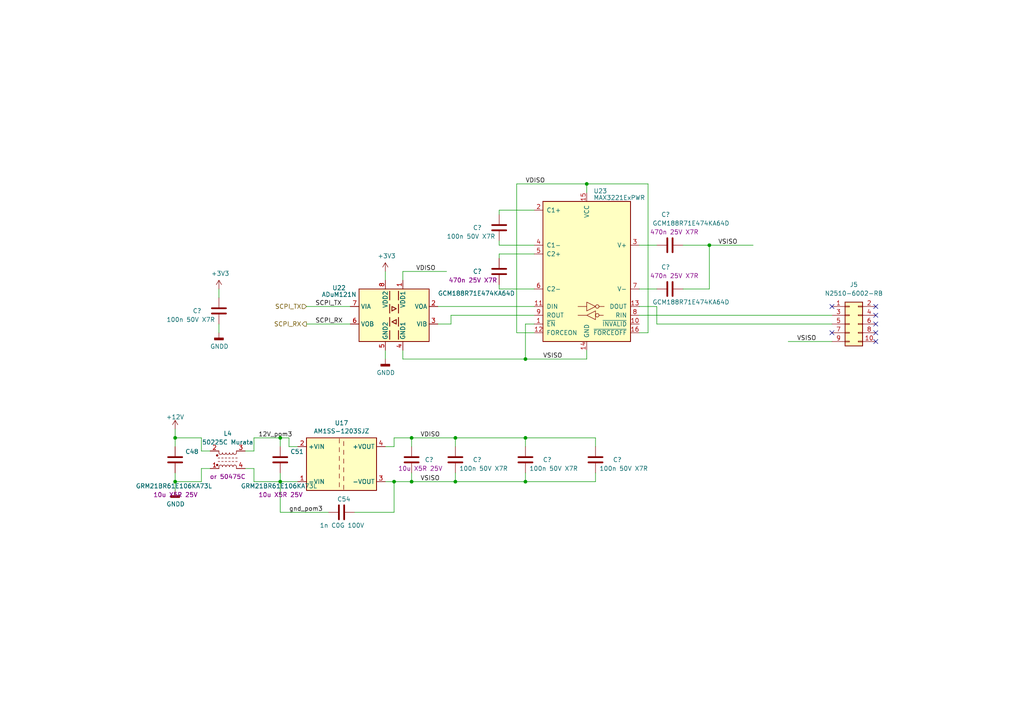
<source format=kicad_sch>
(kicad_sch (version 20230121) (generator eeschema)
  (paper "A4")
  (title_block (title "MOT coils current 100A controller ") (date "2023-11-27") (rev "2_Artiq") (company "Nicolaus Copernicus University in Toruń") (comment 1 "KL FAMO") (comment 2 "Kasli / Sinara compatible version") (comment 4 "designed by Adam Ledziński"))
  (lib_symbols
    (symbol "Connector_Generic:Conn_02x05_Odd_Even" (pin_names (offset 1.016) hide)
      (property "Reference" "J" (at 1.27 7.62 0))
      (property "Value" "Conn_02x05_Odd_Even" (at 1.27 -7.62 0))
      (symbol "Conn_02x05_Odd_Even_1_1"
        (rectangle (start -1.27 -4.953) (end 0 -5.207) (stroke (width 0.1524)))
        (rectangle (start -1.27 -2.413) (end 0 -2.667) (stroke (width 0.1524)))
        (rectangle (start -1.27 0.127) (end 0 -0.127) (stroke (width 0.1524)))
        (rectangle (start -1.27 2.667) (end 0 2.413) (stroke (width 0.1524)))
        (rectangle (start -1.27 5.207) (end 0 4.953) (stroke (width 0.1524)))
        (rectangle (start -1.27 6.35) (end 3.81 -6.35) (stroke (width 0.254)) (fill (type background)))
        (rectangle (start 3.81 -4.953) (end 2.54 -5.207) (stroke (width 0.1524)))
        (rectangle (start 3.81 -2.413) (end 2.54 -2.667) (stroke (width 0.1524)))
        (rectangle (start 3.81 0.127) (end 2.54 -0.127) (stroke (width 0.1524)))
        (rectangle (start 3.81 2.667) (end 2.54 2.413) (stroke (width 0.1524)))
        (rectangle (start 3.81 5.207) (end 2.54 4.953) (stroke (width 0.1524)))
        (pin passive line (at -5.08 5.08 0) (length 3.81) (name "Pin_1") (number "1"))
        (pin passive line (at 7.62 -5.08 180) (length 3.81) (name "Pin_10") (number "10"))
        (pin passive line (at 7.62 5.08 180) (length 3.81) (name "Pin_2") (number "2"))
        (pin passive line (at -5.08 2.54 0) (length 3.81) (name "Pin_3") (number "3"))
        (pin passive line (at 7.62 2.54 180) (length 3.81) (name "Pin_4") (number "4"))
        (pin passive line (at -5.08 0 0) (length 3.81) (name "Pin_5") (number "5"))
        (pin passive line (at 7.62 0 180) (length 3.81) (name "Pin_6") (number "6"))
        (pin passive line (at -5.08 -2.54 0) (length 3.81) (name "Pin_7") (number "7"))
        (pin passive line (at 7.62 -2.54 180) (length 3.81) (name "Pin_8") (number "8"))
        (pin passive line (at -5.08 -5.08 0) (length 3.81) (name "Pin_9") (number "9"))
      )
    )
    (symbol "Device:C" (pin_numbers hide) (pin_names (offset 0.254))
      (property "Reference" "C" (at 0.635 2.54 0))
      (property "Value" "C" (at 0.635 -2.54 0))
      (symbol "C_0_1"
        (polyline (pts (xy -2.032 -0.762) (xy 2.032 -0.762)) (stroke (width 0.508)))
        (polyline (pts (xy -2.032 0.762) (xy 2.032 0.762)) (stroke (width 0.508)))
      )
      (symbol "C_1_1"
        (pin passive line (at 0 3.81 270) (length 2.794) (name "~") (number "1"))
        (pin passive line (at 0 -3.81 90) (length 2.794) (name "~") (number "2"))
      )
    )
    (symbol "Interface_UART:MAX3221" (pin_names (offset 1.016))
      (property "Reference" "U" (at -10.16 21.59 0))
      (property "Value" "MAX3221" (at 12.7 21.59 0))
      (symbol "MAX3221_0_1"
        (rectangle (start -12.7 -20.32) (end 12.7 20.32) (stroke (width 0.254)) (fill (type background)))
        (polyline (pts (xy -2.54 -12.7) (xy 0 -12.7) (xy 0 -12.7)))
        (polyline (pts (xy -2.54 -10.16) (xy 0 -10.16) (xy 0 -10.16)))
        (polyline (pts (xy 3.556 -12.7) (xy 4.826 -12.7) (xy 4.826 -12.7)))
        (polyline (pts (xy 3.556 -10.16) (xy 5.08 -10.16) (xy 5.08 -10.16)))
        (polyline (pts (xy 2.54 -11.43) (xy 2.54 -13.97) (xy 0 -12.7) (xy 2.54 -11.43) (xy 2.54 -11.43)))
        (polyline (pts (xy 0 -11.43) (xy 0 -8.89) (xy 2.54 -10.16) (xy 0 -11.43) (xy 0 -11.43) (xy 0 -11.43)))
        (circle (center 3.048 -12.7) (radius 0.508))
        (circle (center 3.048 -10.16) (radius 0.508))
      )
      (symbol "MAX3221_1_1"
        (pin input line (at -15.24 -15.24 0) (length 2.54) (name "~{EN}") (number "1"))
        (pin output line (at 15.24 -15.24 180) (length 2.54) (name "~{INVALID}") (number "10"))
        (pin input line (at -15.24 -10.16 0) (length 2.54) (name "DIN") (number "11"))
        (pin input line (at -15.24 -17.78 0) (length 2.54) (name "FORCEON") (number "12"))
        (pin output line (at 15.24 -10.16 180) (length 2.54) (name "DOUT") (number "13"))
        (pin power_in line (at 0 -22.86 90) (length 2.54) (name "GND") (number "14"))
        (pin power_in line (at 0 22.86 270) (length 2.54) (name "VCC") (number "15"))
        (pin input line (at 15.24 -17.78 180) (length 2.54) (name "~{FORCEOFF}") (number "16"))
        (pin passive line (at -15.24 17.78 0) (length 2.54) (name "C1+") (number "2"))
        (pin power_out line (at 15.24 7.62 180) (length 2.54) (name "V+") (number "3"))
        (pin passive line (at -15.24 7.62 0) (length 2.54) (name "C1-") (number "4"))
        (pin passive line (at -15.24 5.08 0) (length 2.54) (name "C2+") (number "5"))
        (pin passive line (at -15.24 -5.08 0) (length 2.54) (name "C2-") (number "6"))
        (pin power_out line (at 15.24 -5.08 180) (length 2.54) (name "V-") (number "7"))
        (pin input line (at 15.24 -12.7 180) (length 2.54) (name "RIN") (number "8"))
        (pin output line (at -15.24 -12.7 0) (length 2.54) (name "ROUT") (number "9"))
      )
    )
    (symbol "Isolator:ADuM121N"
      (property "Reference" "U" (at -10.16 8.89 0))
      (property "Value" "ADuM121N" (at 3.81 8.89 0))
      (symbol "ADuM121N_0_1"
        (rectangle (start -10.16 7.62) (end 10.16 -7.62) (stroke (width 0.254)) (fill (type background)))
        (polyline (pts (xy -1.27 -4.445) (xy -1.27 -6.985)) (stroke (width 0.254)))
        (polyline (pts (xy -1.27 -0.635) (xy -1.27 -3.175)) (stroke (width 0.254)))
        (polyline (pts (xy -1.27 3.175) (xy -1.27 0.635)) (stroke (width 0.254)))
        (polyline (pts (xy -1.27 6.985) (xy -1.27 4.445)) (stroke (width 0.254)))
        (polyline (pts (xy 1.27 -4.445) (xy 1.27 -6.985)) (stroke (width 0.254)))
        (polyline (pts (xy 1.27 -0.635) (xy 1.27 -3.175)) (stroke (width 0.254)))
        (polyline (pts (xy 1.27 3.175) (xy 1.27 0.635)) (stroke (width 0.254)))
        (polyline (pts (xy 1.27 6.985) (xy 1.27 4.445)) (stroke (width 0.254)))
        (polyline (pts (xy -0.635 -1.27) (xy -0.635 -2.54) (xy 0.635 -1.905) (xy -0.635 -1.27)) (stroke (width 0.254)))
        (polyline (pts (xy 0.635 1.27) (xy -0.635 1.905) (xy 0.635 2.54) (xy 0.635 1.27)) (stroke (width 0.254)))
      )
      (symbol "ADuM121N_1_1"
        (pin power_in line (at -2.54 10.16 270) (length 2.54) (name "VDD1") (number "1"))
        (pin output line (at -12.7 2.54 0) (length 2.54) (name "VOA") (number "2"))
        (pin input line (at -12.7 -2.54 0) (length 2.54) (name "VIB") (number "3"))
        (pin power_in line (at -2.54 -10.16 90) (length 2.54) (name "GND1") (number "4"))
        (pin power_in line (at 2.54 -10.16 90) (length 2.54) (name "GND2") (number "5"))
        (pin output line (at 12.7 -2.54 180) (length 2.54) (name "VOB") (number "6"))
        (pin input line (at 12.7 2.54 180) (length 2.54) (name "VIA") (number "7"))
        (pin power_in line (at 2.54 10.16 270) (length 2.54) (name "VDD2") (number "8"))
      )
    )
    (symbol "Regulator_Switching:CRE1S0505SC"
      (property "Reference" "U" (at -8.89 8.89 0))
      (property "Value" "CRE1S0505SC" (at 2.54 8.89 0))
      (symbol "CRE1S0505SC_0_1"
        (rectangle (start -10.16 7.62) (end 10.16 -7.62) (stroke (width 0.254)) (fill (type background)))
        (polyline (pts (xy -0.635 -5.334) (xy -0.635 -6.604)))
        (polyline (pts (xy -0.635 -2.794) (xy -0.635 -4.064)))
        (polyline (pts (xy -0.635 -0.254) (xy -0.635 -1.524)))
        (polyline (pts (xy -0.635 2.286) (xy -0.635 1.016)))
        (polyline (pts (xy -0.635 4.826) (xy -0.635 3.556)))
        (polyline (pts (xy -0.635 7.366) (xy -0.635 6.096)))
        (polyline (pts (xy 0.635 -7.366) (xy 0.635 -6.096)))
        (polyline (pts (xy 0.635 -4.826) (xy 0.635 -3.556)))
        (polyline (pts (xy 0.635 -2.286) (xy 0.635 -1.016)))
        (polyline (pts (xy 0.635 0.254) (xy 0.635 1.524)))
        (polyline (pts (xy 0.635 2.794) (xy 0.635 4.064)))
        (polyline (pts (xy 0.635 5.334) (xy 0.635 6.604)))
      )
      (symbol "CRE1S0505SC_1_1"
        (pin power_in line (at -12.7 -5.08 0) (length 2.54) (name "-VIN") (number "1"))
        (pin power_in line (at -12.7 5.08 0) (length 2.54) (name "+VIN") (number "2"))
        (pin power_out line (at 12.7 -5.08 180) (length 2.54) (name "-VOUT") (number "3"))
        (pin power_out line (at 12.7 5.08 180) (length 2.54) (name "+VOUT") (number "4"))
      )
    )
    (symbol "c100AvA-rescue:L_Core_Ferrite_Coupled_1423-Device" (pin_names (offset 0.254) hide)
      (property "Reference" "L" (at 0 4.445 0))
      (property "Value" "Device_L_Core_Ferrite_Coupled_1423" (at 0 -4.445 0))
      (symbol "L_Core_Ferrite_Coupled_1423-Device_0_1"
        (circle (center -3.048 -1.27) (radius 0.254) (fill (type outline)))
        (circle (center -3.048 1.524) (radius 0.254) (fill (type outline)))
        (arc (start -2.54 2.032) (mid -2.032 1.5262) (end -1.524 2.032))
        (arc (start -1.524 -2.032) (mid -2.032 -1.5262) (end -2.54 -2.032))
        (arc (start -1.524 2.032) (mid -1.016 1.5262) (end -0.508 2.032))
        (arc (start -0.508 -2.032) (mid -1.016 -1.5262) (end -1.524 -2.032))
        (arc (start -0.508 2.032) (mid 0 1.5262) (end 0.508 2.032))
        (polyline (pts (xy -2.794 -0.508) (xy -2.286 -0.508)))
        (polyline (pts (xy -2.794 0.508) (xy -2.286 0.508)))
        (polyline (pts (xy -2.54 -2.032) (xy -2.54 -2.54)))
        (polyline (pts (xy -2.54 2.032) (xy -2.54 2.54)))
        (polyline (pts (xy -1.778 -0.508) (xy -1.27 -0.508)))
        (polyline (pts (xy -1.778 0.508) (xy -1.27 0.508)))
        (polyline (pts (xy -0.762 -0.508) (xy -0.254 -0.508)))
        (polyline (pts (xy -0.762 0.508) (xy -0.254 0.508)))
        (polyline (pts (xy 0.254 -0.508) (xy 0.762 -0.508)))
        (polyline (pts (xy 0.254 0.508) (xy 0.762 0.508)))
        (polyline (pts (xy 1.27 -0.508) (xy 1.778 -0.508)))
        (polyline (pts (xy 1.27 0.508) (xy 1.778 0.508)))
        (polyline (pts (xy 2.286 -0.508) (xy 2.794 -0.508)))
        (polyline (pts (xy 2.286 0.508) (xy 2.794 0.508)))
        (polyline (pts (xy 2.54 -2.032) (xy 2.54 -2.54)))
        (polyline (pts (xy 2.54 2.54) (xy 2.54 2.032)))
        (arc (start 0.508 -2.032) (mid 0 -1.5262) (end -0.508 -2.032))
        (arc (start 0.508 2.032) (mid 1.016 1.5262) (end 1.524 2.032))
        (arc (start 1.524 -2.032) (mid 1.016 -1.5262) (end 0.508 -2.032))
        (arc (start 1.524 2.032) (mid 2.032 1.5262) (end 2.54 2.032))
        (arc (start 2.54 -2.032) (mid 2.032 -1.5262) (end 1.524 -2.032))
      )
      (symbol "L_Core_Ferrite_Coupled_1423-Device_1_1"
        (pin passive line (at -5.08 2.54 0) (length 2.54) (name "1") (number "1"))
        (pin passive line (at -5.08 -2.54 0) (length 2.54) (name "2") (number "2"))
        (pin passive line (at 5.08 -2.54 180) (length 2.54) (name "3") (number "3"))
        (pin passive line (at 5.08 2.54 180) (length 2.54) (name "4") (number "4"))
      )
    )
    (symbol "power:+12V" (power) (pin_names (offset 0))
      (property "Value" "+12V" (at 0 3.556 0))
      (symbol "+12V_0_1"
        (polyline (pts (xy -0.762 1.27) (xy 0 2.54)))
        (polyline (pts (xy 0 0) (xy 0 2.54)))
        (polyline (pts (xy 0 2.54) (xy 0.762 1.27)))
      )
      (symbol "+12V_1_1"
        (pin power_in line (at 0 0 90) (length 0) hide (name "+12V") (number "1"))
      )
    )
    (symbol "power:+3V3" (power) (pin_names (offset 0))
      (property "Value" "+3V3" (at 0 3.556 0))
      (symbol "+3V3_0_1"
        (polyline (pts (xy -0.762 1.27) (xy 0 2.54)))
        (polyline (pts (xy 0 0) (xy 0 2.54)))
        (polyline (pts (xy 0 2.54) (xy 0.762 1.27)))
      )
      (symbol "+3V3_1_1"
        (pin power_in line (at 0 0 90) (length 0) hide (name "+3V3") (number "1"))
      )
    )
    (symbol "power:GNDD" (power) (pin_names (offset 0))
      (property "Value" "GNDD" (at 0 -3.175 0))
      (symbol "GNDD_0_1"
        (rectangle (start -1.27 -1.524) (end 1.27 -2.032) (stroke (width 0.254)) (fill (type outline)))
        (polyline (pts (xy 0 0) (xy 0 -1.524)))
      )
      (symbol "GNDD_1_1"
        (pin power_in line (at 0 0 270) (length 0) hide (name "GNDD") (number "1"))
      )
    )
  )
  (junction (at 132.08 139.7))
  (junction (at 50.8 127))
  (junction (at 50.8 139.7))
  (junction (at 119.38 127))
  (junction (at 205.74 71.12))
  (junction (at 81.28 139.7))
  (junction (at 170.18 53.34))
  (junction (at 119.38 139.7))
  (junction (at 152.4 139.7))
  (junction (at 81.28 127))
  (junction (at 132.08 127))
  (junction (at 114.3 139.7))
  (junction (at 152.4 127))
  (junction (at 152.4 104.14))
  (no_connect (at 254 91.44))
  (no_connect (at 254 88.9))
  (no_connect (at 241.3 96.52))
  (no_connect (at 254 99.06))
  (no_connect (at 241.3 88.9))
  (no_connect (at 254 96.52))
  (no_connect (at 254 93.98))
  (wire (pts (xy 81.28 127) (xy 81.28 129.54)))
  (wire (pts (xy 50.8 124.46) (xy 50.8 127)))
  (wire (pts (xy 119.38 127) (xy 132.08 127)))
  (wire (pts (xy 114.3 148.59) (xy 114.3 139.7)))
  (wire (pts (xy 83.82 127) (xy 81.28 127)))
  (wire (pts (xy 130.81 93.98) (xy 130.81 91.44)))
  (wire (pts (xy 60.96 135.89) (xy 58.42 135.89)))
  (wire (pts (xy 172.72 137.16) (xy 172.72 139.7)))
  (wire (pts (xy 116.84 78.74) (xy 129.54 78.74)))
  (wire (pts (xy 58.42 130.81) (xy 60.96 130.81)))
  (wire (pts (xy 187.96 53.34) (xy 170.18 53.34)))
  (wire (pts (xy 185.42 83.82) (xy 190.5 83.82)))
  (wire (pts (xy 111.76 139.7) (xy 114.3 139.7)))
  (wire (pts (xy 132.08 127) (xy 132.08 129.54)))
  (wire (pts (xy 127 93.98) (xy 130.81 93.98)))
  (wire (pts (xy 154.94 93.98) (xy 152.4 93.98)))
  (wire (pts (xy 119.38 137.16) (xy 119.38 139.7)))
  (wire (pts (xy 95.25 148.59) (xy 81.28 148.59)))
  (wire (pts (xy 149.86 53.34) (xy 170.18 53.34)))
  (wire (pts (xy 205.74 83.82) (xy 205.74 71.12)))
  (wire (pts (xy 50.8 139.7) (xy 50.8 142.24)))
  (wire (pts (xy 114.3 127) (xy 119.38 127)))
  (wire (pts (xy 144.78 74.93) (xy 144.78 73.66)))
  (wire (pts (xy 88.9 93.98) (xy 101.6 93.98)))
  (wire (pts (xy 152.4 127) (xy 132.08 127)))
  (wire (pts (xy 190.5 88.9) (xy 185.42 88.9)))
  (wire (pts (xy 111.76 101.6) (xy 111.76 104.14)))
  (wire (pts (xy 114.3 139.7) (xy 119.38 139.7)))
  (wire (pts (xy 130.81 91.44) (xy 154.94 91.44)))
  (wire (pts (xy 205.74 71.12) (xy 198.12 71.12)))
  (wire (pts (xy 185.42 96.52) (xy 187.96 96.52)))
  (wire (pts (xy 116.84 101.6) (xy 116.84 104.14)))
  (wire (pts (xy 114.3 129.54) (xy 114.3 127)))
  (wire (pts (xy 81.28 139.7) (xy 81.28 137.16)))
  (wire (pts (xy 144.78 62.23) (xy 144.78 60.96)))
  (wire (pts (xy 144.78 83.82) (xy 144.78 82.55)))
  (wire (pts (xy 190.5 93.98) (xy 190.5 88.9)))
  (wire (pts (xy 58.42 135.89) (xy 58.42 139.7)))
  (wire (pts (xy 185.42 91.44) (xy 241.3 91.44)))
  (wire (pts (xy 154.94 96.52) (xy 149.86 96.52)))
  (wire (pts (xy 205.74 71.12) (xy 218.44 71.12)))
  (wire (pts (xy 119.38 127) (xy 119.38 129.54)))
  (wire (pts (xy 81.28 139.7) (xy 73.66 139.7)))
  (wire (pts (xy 119.38 139.7) (xy 132.08 139.7)))
  (wire (pts (xy 50.8 127) (xy 50.8 129.54)))
  (wire (pts (xy 116.84 81.28) (xy 116.84 78.74)))
  (wire (pts (xy 102.87 148.59) (xy 114.3 148.59)))
  (wire (pts (xy 144.78 71.12) (xy 154.94 71.12)))
  (wire (pts (xy 172.72 127) (xy 152.4 127)))
  (wire (pts (xy 50.8 137.16) (xy 50.8 139.7)))
  (wire (pts (xy 152.4 139.7) (xy 132.08 139.7)))
  (wire (pts (xy 185.42 71.12) (xy 190.5 71.12)))
  (wire (pts (xy 170.18 53.34) (xy 170.18 55.88)))
  (wire (pts (xy 73.66 127) (xy 81.28 127)))
  (wire (pts (xy 116.84 104.14) (xy 152.4 104.14)))
  (wire (pts (xy 81.28 148.59) (xy 81.28 139.7)))
  (wire (pts (xy 73.66 135.89) (xy 71.12 135.89)))
  (wire (pts (xy 152.4 104.14) (xy 170.18 104.14)))
  (wire (pts (xy 81.28 139.7) (xy 86.36 139.7)))
  (wire (pts (xy 172.72 139.7) (xy 152.4 139.7)))
  (wire (pts (xy 63.5 96.52) (xy 63.5 93.98)))
  (wire (pts (xy 170.18 104.14) (xy 170.18 101.6)))
  (wire (pts (xy 50.8 127) (xy 58.42 127)))
  (wire (pts (xy 154.94 83.82) (xy 144.78 83.82)))
  (wire (pts (xy 187.96 96.52) (xy 187.96 53.34)))
  (wire (pts (xy 152.4 137.16) (xy 152.4 139.7)))
  (wire (pts (xy 86.36 129.54) (xy 83.82 129.54)))
  (wire (pts (xy 228.6 99.06) (xy 241.3 99.06)))
  (wire (pts (xy 58.42 139.7) (xy 50.8 139.7)))
  (wire (pts (xy 63.5 86.36) (xy 63.5 83.82)))
  (wire (pts (xy 144.78 73.66) (xy 154.94 73.66)))
  (wire (pts (xy 111.76 81.28) (xy 111.76 78.74)))
  (wire (pts (xy 152.4 93.98) (xy 152.4 104.14)))
  (wire (pts (xy 172.72 129.54) (xy 172.72 127)))
  (wire (pts (xy 127 88.9) (xy 154.94 88.9)))
  (wire (pts (xy 149.86 96.52) (xy 149.86 53.34)))
  (wire (pts (xy 132.08 137.16) (xy 132.08 139.7)))
  (wire (pts (xy 58.42 127) (xy 58.42 130.81)))
  (wire (pts (xy 241.3 93.98) (xy 190.5 93.98)))
  (wire (pts (xy 198.12 83.82) (xy 205.74 83.82)))
  (wire (pts (xy 73.66 139.7) (xy 73.66 135.89)))
  (wire (pts (xy 144.78 69.85) (xy 144.78 71.12)))
  (wire (pts (xy 71.12 130.81) (xy 73.66 130.81)))
  (wire (pts (xy 73.66 130.81) (xy 73.66 127)))
  (wire (pts (xy 144.78 60.96) (xy 154.94 60.96)))
  (wire (pts (xy 88.9 88.9) (xy 101.6 88.9)))
  (wire (pts (xy 111.76 129.54) (xy 114.3 129.54)))
  (wire (pts (xy 83.82 129.54) (xy 83.82 127)))
  (wire (pts (xy 152.4 129.54) (xy 152.4 127)))
  (label "VSISO" (at 157.48 104.14 0))
  (label "12V_pom3" (at 74.93 127 0))
  (label "VDISO" (at 121.92 127 0))
  (label "SCPI_RX" (at 91.44 93.98 0))
  (label "SCPI_TX" (at 91.44 88.9 0))
  (label "VSISO" (at 121.92 139.7 0))
  (label "gnd_pom3" (at 83.82 148.59 0))
  (label "VSISO" (at 208.28 71.12 0))
  (label "VDISO" (at 120.65 78.74 0))
  (label "VDISO" (at 152.4 53.34 0))
  (label "VSISO" (at 231.14 99.06 0))
  (hierarchical_label "SCPI_TX" (shape input) (at 88.9 88.9 180))
  (hierarchical_label "SCPI_RX" (shape output) (at 88.9 93.98 180))
  (symbol (lib_id "power:GNDD") (at 111.76 104.14 0) (unit 1)
    (property "Reference" "#PWR0132" (effects hide))
    (property "Value" "GNDD" (at 111.887 108.1024 0))
    (instances (project "c100AvA" (path "" (reference "#PWR0132") (unit 1))) (project "current100A_Artiq" (path "" (reference "#PWR077") (unit 1)) (path "" (reference "#PWR081") (unit 1))))
  )
  (symbol (lib_id "Connector_Generic:Conn_02x05_Odd_Even") (at 246.38 93.98 0) (unit 1)
    (property "Reference" "J5" (at 247.65 82.55 0))
    (property "Value" "N2510-6002-RB" (at 247.65 85.09 0))
    (property "Footprint" "Connector_IDC:IDC-Header_2x05_P2.54mm_Vertical" (effects hide))
    (instances (project "current100A_Artiq" (path "" (reference "J5") (unit 1)) (path "" (reference "J4") (unit 1))))
  )
  (symbol (lib_id "Interface_UART:MAX3221") (at 170.18 78.74 0) (unit 1)
    (property "Reference" "U23" (at 172.1359 55.4101 0) (effects (justify left)))
    (property "Value" "MAX3221ExPWR" (at 172.1359 57.3311 0) (effects (justify left)))
    (property "Footprint" "Package_SO:TSSOP-16_4.4x5mm_P0.65mm" (effects hide))
    (property "Datasheet" "http://www.ti.com/lit/ds/symlink/max3221e.pdf" (effects hide))
    (instances (project "current100A_Artiq" (path "" (reference "U23") (unit 1)) (path "" (reference "U11") (unit 1))))
  )
  (symbol (lib_id "Device:C") (at 194.31 83.82 270) (mirror x) (unit 1)
    (property "Reference" "C?" (at 191.77 77.47 90) (effects (justify left)))
    (property "Value" "GCM188R71E474KA64D" (at 189.23 87.63 90) (effects (justify left)))
    (property "Footprint" "Capacitor_SMD:C_0603_1608Metric" (effects hide))
    (property "Comm" "470n 25V X7R" (at 195.58 80.01 90))
    (instances (project "c100AvA" (path "" (reference "C?") (unit 1)) (path "" (reference "C?") (unit 1)) (path "" (reference "C?") (unit 1)) (path "" (reference "C?") (unit 1)) (path "" (reference "C103") (unit 1))) (project "current100A_Artiq" (path "" (reference "C39") (unit 1)) (path "" (reference "C70") (unit 1))))
  )
  (symbol (lib_id "Device:C") (at 99.06 148.59 270) (unit 1)
    (property "Reference" "C54" (at 97.79 144.78 90) (effects (justify left)))
    (property "Value" "1n C0G 100V" (at 92.71 152.4 90) (effects (justify left)))
    (property "Footprint" "Capacitor_SMD:C_0805_2012Metric" (effects hide))
    (instances (project "c100AvA" (path "" (reference "C54") (unit 1)) (path "" (reference "C?") (unit 1))) (project "current100A_Artiq" (path "" (reference "C123") (unit 1)) (path "" (reference "C32") (unit 1)) (path "" (reference "C62") (unit 1))))
  )
  (symbol (lib_id "Device:C") (at 152.4 133.35 180) (unit 1)
    (property "Reference" "C?" (at 160.02 133.35 0) (effects (justify left)))
    (property "Value" "100n 50V X7R" (at 167.64 135.89 0) (effects (justify left)))
    (property "Footprint" "Capacitor_SMD:C_0603_1608Metric" (effects hide))
    (instances (project "c100AvA" (path "" (reference "C?") (unit 1)) (path "" (reference "C?") (unit 1)) (path "" (reference "C?") (unit 1)) (path "" (reference "C?") (unit 1)) (path "" (reference "C103") (unit 1))) (project "current100A_Artiq" (path "" (reference "C39") (unit 1)) (path "" (reference "C67") (unit 1))))
  )
  (symbol (lib_id "Regulator_Switching:CRE1S0505SC") (at 99.06 134.62 0) (unit 1)
    (property "Reference" "U17" (at 99.06 122.682 0))
    (property "Value" "AM1SS-1203SJZ" (at 99.06 125.0442 0))
    (property "Footprint" "ff_lib_7:AM1SS-xxxxS" (effects hide))
    (property "Datasheet" "https://www.aimtec.com/site/Aimtec/files/Datasheet/HighResolution/am1ss-jz.pdf" (effects hide))
    (instances (project "c100AvA" (path "" (reference "U17") (unit 1)) (path "" (reference "U?") (unit 1))) (project "current100A_Artiq" (path "" (reference "U2") (unit 1)) (path "" (reference "U6") (unit 1)) (path "" (reference "U9") (unit 1))))
  )
  (symbol (lib_id "Device:C") (at 172.72 133.35 180) (unit 1)
    (property "Reference" "C?" (at 180.34 133.35 0) (effects (justify left)))
    (property "Value" "100n 50V X7R" (at 187.96 135.89 0) (effects (justify left)))
    (property "Footprint" "Capacitor_SMD:C_0603_1608Metric" (effects hide))
    (instances (project "c100AvA" (path "" (reference "C?") (unit 1)) (path "" (reference "C?") (unit 1)) (path "" (reference "C?") (unit 1)) (path "" (reference "C?") (unit 1)) (path "" (reference "C103") (unit 1))) (project "current100A_Artiq" (path "" (reference "C39") (unit 1)) (path "" (reference "C68") (unit 1))))
  )
  (symbol (lib_id "power:GNDD") (at 50.8 142.24 0) (unit 1)
    (property "Reference" "#PWR083" (effects hide))
    (property "Value" "GNDD" (at 50.927 146.2024 0))
    (instances (project "c100AvA" (path "" (reference "#PWR083") (unit 1))) (project "current100A_Artiq" (path "" (reference "#PWR0240") (unit 1)) (path "" (reference "#PWR025") (unit 1)) (path "" (reference "#PWR077") (unit 1))))
  )
  (symbol (lib_id "power:+12V") (at 50.8 124.46 0) (unit 1)
    (property "Reference" "#PWR024" (effects hide))
    (property "Value" "+12V" (at 50.8 120.9581 0))
    (instances (project "current100A_Artiq" (path "" (reference "#PWR024") (unit 1)) (path "" (reference "#PWR06") (unit 1)) (path "" (reference "#PWR076") (unit 1))))
  )
  (symbol (lib_id "Device:C") (at 194.31 71.12 270) (mirror x) (unit 1)
    (property "Reference" "C?" (at 191.77 62.23 90) (effects (justify left)))
    (property "Value" "GCM188R71E474KA64D" (at 189.23 64.77 90) (effects (justify left)))
    (property "Footprint" "Capacitor_SMD:C_0603_1608Metric" (effects hide))
    (property "Comm" "470n 25V X7R" (at 195.58 67.31 90))
    (instances (project "c100AvA" (path "" (reference "C?") (unit 1)) (path "" (reference "C?") (unit 1)) (path "" (reference "C?") (unit 1)) (path "" (reference "C?") (unit 1)) (path "" (reference "C103") (unit 1))) (project "current100A_Artiq" (path "" (reference "C39") (unit 1)) (path "" (reference "C69") (unit 1))))
  )
  (symbol (lib_id "Device:C") (at 132.08 133.35 180) (unit 1)
    (property "Reference" "C?" (at 139.7 133.35 0) (effects (justify left)))
    (property "Value" "100n 50V X7R" (at 147.32 135.89 0) (effects (justify left)))
    (property "Footprint" "Capacitor_SMD:C_0603_1608Metric" (effects hide))
    (instances (project "c100AvA" (path "" (reference "C?") (unit 1)) (path "" (reference "C?") (unit 1)) (path "" (reference "C?") (unit 1)) (path "" (reference "C?") (unit 1)) (path "" (reference "C103") (unit 1))) (project "current100A_Artiq" (path "" (reference "C39") (unit 1)) (path "" (reference "C64") (unit 1))))
  )
  (symbol (lib_id "Isolator:ADuM121N") (at 114.3 91.44 0) (mirror y) (unit 1)
    (property "Reference" "U22" (at 98.3475 83.5023 0))
    (property "Value" "ADuM121N" (at 98.3475 85.4233 0))
    (property "Footprint" "Package_SO:SOIC-8_3.9x4.9mm_P1.27mm" (effects hide))
    (property "Datasheet" "https://www.analog.com/media/en/technical-documentation/data-sheets/ADuM120N_121N.pdf" (effects hide))
    (instances (project "current100A_Artiq" (path "" (reference "U22") (unit 1)) (path "" (reference "U10") (unit 1))))
  )
  (symbol (lib_id "Device:C") (at 144.78 66.04 0) (mirror x) (unit 1)
    (property "Reference" "C?" (at 137.16 66.04 0) (effects (justify left)))
    (property "Value" "100n 50V X7R" (at 129.54 68.58 0) (effects (justify left)))
    (property "Footprint" "Capacitor_SMD:C_0603_1608Metric" (effects hide))
    (instances (project "c100AvA" (path "" (reference "C?") (unit 1)) (path "" (reference "C?") (unit 1)) (path "" (reference "C?") (unit 1)) (path "" (reference "C?") (unit 1)) (path "" (reference "C103") (unit 1))) (project "current100A_Artiq" (path "" (reference "C39") (unit 1)) (path "" (reference "C65") (unit 1))))
  )
  (symbol (lib_id "Device:C") (at 50.8 133.35 0) (unit 1)
    (property "Reference" "C48" (at 53.721 130.9878 0) (effects (justify left)))
    (property "Value" "GRM21BR61E106KA73L" (at 39.37 140.97 0) (effects (justify left)))
    (property "Footprint" "Capacitor_SMD:C_0805_2012Metric" (effects hide))
    (property "Comm" "10u X5R 25V" (at 44.45 143.51 0) (effects (justify left)))
    (instances (project "c100AvA" (path "" (reference "C48") (unit 1))) (project "current100A_Artiq" (path "" (reference "C117") (unit 1)) (path "" (reference "C22") (unit 1)) (path "" (reference "C59") (unit 1))))
  )
  (symbol (lib_id "Device:C") (at 81.28 133.35 0) (unit 1)
    (property "Reference" "C51" (at 84.201 130.9878 0) (effects (justify left)))
    (property "Value" "GRM21BR61E106KA73L" (at 69.85 140.97 0) (effects (justify left)))
    (property "Footprint" "Capacitor_SMD:C_0805_2012Metric" (effects hide))
    (property "Comm" "10u X5R 25V" (at 74.93 143.51 0) (effects (justify left)))
    (instances (project "c100AvA" (path "" (reference "C51") (unit 1))) (project "current100A_Artiq" (path "" (reference "C120") (unit 1)) (path "" (reference "C30") (unit 1)) (path "" (reference "C61") (unit 1))))
  )
  (symbol (lib_id "Device:C") (at 119.38 133.35 0) (unit 1)
    (property "Reference" "C?" (at 123.19 133.35 0) (effects (justify left)))
    (property "Value" "GRM21BR61E106KA73L" (effects hide))
    (property "Footprint" "Capacitor_SMD:C_0805_2012Metric" (effects hide))
    (property "Comm" "10u X5R 25V" (at 121.92 135.89 0))
    (instances (project "c100AvA" (path "" (reference "C?") (unit 1)) (path "" (reference "C?") (unit 1)) (path "" (reference "C57") (unit 1))) (project "current100A_Artiq" (path "" (reference "C126") (unit 1)) (path "" (reference "C33") (unit 1)) (path "" (reference "C63") (unit 1))))
  )
  (symbol (lib_id "Device:C") (at 144.78 78.74 0) (mirror x) (unit 1)
    (property "Reference" "C?" (at 137.16 78.74 0) (effects (justify left)))
    (property "Value" "GCM188R71E474KA64D" (at 127 85.09 0) (effects (justify left)))
    (property "Footprint" "Capacitor_SMD:C_0603_1608Metric" (effects hide))
    (property "Comm" "470n 25V X7R" (at 137.16 81.28 0))
    (instances (project "c100AvA" (path "" (reference "C?") (unit 1)) (path "" (reference "C?") (unit 1)) (path "" (reference "C?") (unit 1)) (path "" (reference "C?") (unit 1)) (path "" (reference "C103") (unit 1))) (project "current100A_Artiq" (path "" (reference "C39") (unit 1)) (path "" (reference "C66") (unit 1))))
  )
  (symbol (lib_id "power:+3V3") (at 63.5 83.82 0) (unit 1)
    (property "Reference" "#PWR0130" (effects hide))
    (property "Value" "+3V3" (at 63.881 79.3242 0))
    (instances (project "c100AvA" (path "" (reference "#PWR0130") (unit 1))) (project "current100A_Artiq" (path "" (reference "#PWR070") (unit 1)) (path "" (reference "#PWR078") (unit 1))))
  )
  (symbol (lib_id "Device:C") (at 63.5 90.17 0) (mirror x) (unit 1)
    (property "Reference" "C?" (at 55.88 90.17 0) (effects (justify left)))
    (property "Value" "100n 50V X7R" (at 48.26 92.71 0) (effects (justify left)))
    (property "Footprint" "Capacitor_SMD:C_0603_1608Metric" (effects hide))
    (instances (project "c100AvA" (path "" (reference "C?") (unit 1)) (path "" (reference "C?") (unit 1)) (path "" (reference "C?") (unit 1)) (path "" (reference "C?") (unit 1)) (path "" (reference "C103") (unit 1))) (project "current100A_Artiq" (path "" (reference "C39") (unit 1)) (path "" (reference "C60") (unit 1))))
  )
  (symbol (lib_id "c100AvA-rescue:L_Core_Ferrite_Coupled_1423-Device") (at 66.04 133.35 0) (mirror x) (unit 1)
    (property "Reference" "L4" (at 66.04 125.73 0))
    (property "Value" "50225C Murata" (at 66.04 128.27 0))
    (property "Footprint" "ff_lib_7:L_CommonMode_Murata_5000" (effects hide))
    (property "Datasheet" "https://www.murata-ps.com/pub/data/magnetics/kmp_5000c.pdf" (effects hide))
    (property "Comm" "or 50475C" (at 66.04 138.2522 0))
    (instances (project "c100AvA" (path "" (reference "L4") (unit 1))) (project "current100A_Artiq" (path "" (reference "L15") (unit 1)) (path "" (reference "L7") (unit 1)) (path "" (reference "L10") (unit 1))))
  )
  (symbol (lib_id "power:GNDD") (at 63.5 96.52 0) (unit 1)
    (property "Reference" "#PWR0129" (effects hide))
    (property "Value" "GNDD" (at 63.627 100.4824 0))
    (instances (project "c100AvA" (path "" (reference "#PWR0129") (unit 1))) (project "current100A_Artiq" (path "" (reference "#PWR074") (unit 1)) (path "" (reference "#PWR079") (unit 1))))
  )
  (symbol (lib_id "power:+3V3") (at 111.76 78.74 0) (unit 1)
    (property "Reference" "#PWR0130" (effects hide))
    (property "Value" "+3V3" (at 112.141 74.2442 0))
    (instances (project "c100AvA" (path "" (reference "#PWR0130") (unit 1))) (project "current100A_Artiq" (path "" (reference "#PWR070") (unit 1)) (path "" (reference "#PWR080") (unit 1))))
  )
)
</source>
